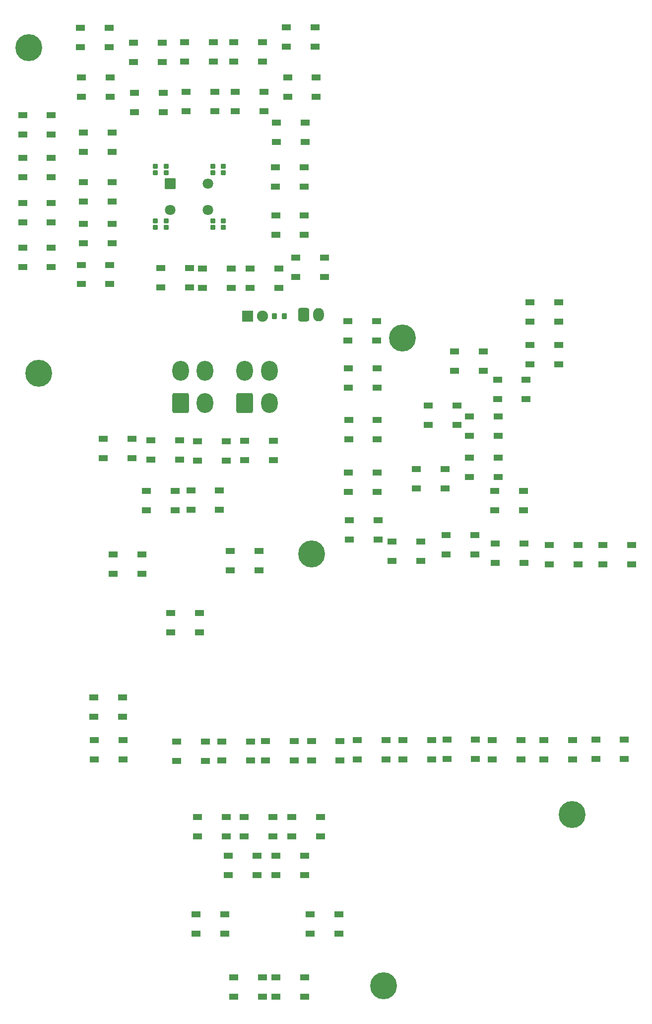
<source format=gbr>
%TF.GenerationSoftware,KiCad,Pcbnew,(6.0.9)*%
%TF.CreationDate,2023-01-06T08:08:26-09:00*%
%TF.ProjectId,ECM DISP PANEL,45434d20-4449-4535-9020-50414e454c2e,rev?*%
%TF.SameCoordinates,Original*%
%TF.FileFunction,Soldermask,Top*%
%TF.FilePolarity,Negative*%
%FSLAX46Y46*%
G04 Gerber Fmt 4.6, Leading zero omitted, Abs format (unit mm)*
G04 Created by KiCad (PCBNEW (6.0.9)) date 2023-01-06 08:08:26*
%MOMM*%
%LPD*%
G01*
G04 APERTURE LIST*
G04 Aperture macros list*
%AMRoundRect*
0 Rectangle with rounded corners*
0 $1 Rounding radius*
0 $2 $3 $4 $5 $6 $7 $8 $9 X,Y pos of 4 corners*
0 Add a 4 corners polygon primitive as box body*
4,1,4,$2,$3,$4,$5,$6,$7,$8,$9,$2,$3,0*
0 Add four circle primitives for the rounded corners*
1,1,$1+$1,$2,$3*
1,1,$1+$1,$4,$5*
1,1,$1+$1,$6,$7*
1,1,$1+$1,$8,$9*
0 Add four rect primitives between the rounded corners*
20,1,$1+$1,$2,$3,$4,$5,0*
20,1,$1+$1,$4,$5,$6,$7,0*
20,1,$1+$1,$6,$7,$8,$9,0*
20,1,$1+$1,$8,$9,$2,$3,0*%
G04 Aperture macros list end*
%ADD10RoundRect,0.050000X-0.750000X-0.450000X0.750000X-0.450000X0.750000X0.450000X-0.750000X0.450000X0*%
%ADD11RoundRect,0.050000X-0.350000X-0.350000X0.350000X-0.350000X0.350000X0.350000X-0.350000X0.350000X0*%
%ADD12RoundRect,0.050000X0.350000X0.350000X-0.350000X0.350000X-0.350000X-0.350000X0.350000X-0.350000X0*%
%ADD13RoundRect,0.250000X-0.200000X-0.275000X0.200000X-0.275000X0.200000X0.275000X-0.200000X0.275000X0*%
%ADD14RoundRect,0.050000X-0.850000X-0.850000X0.850000X-0.850000X0.850000X0.850000X-0.850000X0.850000X0*%
%ADD15C,1.800000*%
%ADD16C,4.600000*%
%ADD17RoundRect,0.300001X-1.099999X-1.399999X1.099999X-1.399999X1.099999X1.399999X-1.099999X1.399999X0*%
%ADD18O,2.800000X3.400000*%
%ADD19RoundRect,0.050000X-0.900000X-0.900000X0.900000X-0.900000X0.900000X0.900000X-0.900000X0.900000X0*%
%ADD20C,1.900000*%
%ADD21RoundRect,0.300000X-0.620000X-0.845000X0.620000X-0.845000X0.620000X0.845000X-0.620000X0.845000X0*%
%ADD22O,1.840000X2.290000*%
G04 APERTURE END LIST*
D10*
%TO.C,D2*%
X58103600Y-10821400D03*
X58103600Y-14121400D03*
X63003600Y-14121400D03*
X63003600Y-10821400D03*
%TD*%
%TO.C,D3*%
X67210600Y-13387000D03*
X67210600Y-16687000D03*
X72110600Y-16687000D03*
X72110600Y-13387000D03*
%TD*%
%TO.C,D4*%
X75922800Y-13285400D03*
X75922800Y-16585400D03*
X80822800Y-16585400D03*
X80822800Y-13285400D03*
%TD*%
%TO.C,D5*%
X84304800Y-13285400D03*
X84304800Y-16585400D03*
X89204800Y-16585400D03*
X89204800Y-13285400D03*
%TD*%
%TO.C,D6*%
X93245600Y-10770800D03*
X93245600Y-14070800D03*
X98145600Y-14070800D03*
X98145600Y-10770800D03*
%TD*%
%TO.C,D7*%
X58267600Y-19355600D03*
X58267600Y-22655600D03*
X63167600Y-22655600D03*
X63167600Y-19355600D03*
%TD*%
%TO.C,D8*%
X67363000Y-21921400D03*
X67363000Y-25221400D03*
X72263000Y-25221400D03*
X72263000Y-21921400D03*
%TD*%
%TO.C,D9*%
X76126000Y-21794000D03*
X76126000Y-25094000D03*
X81026000Y-25094000D03*
X81026000Y-21794000D03*
%TD*%
%TO.C,D10*%
X84505800Y-21819400D03*
X84505800Y-25119400D03*
X89405800Y-25119400D03*
X89405800Y-21819400D03*
%TD*%
%TO.C,D11*%
X93474200Y-19304800D03*
X93474200Y-22604800D03*
X98374200Y-22604800D03*
X98374200Y-19304800D03*
%TD*%
%TO.C,D12*%
X48262200Y-25731000D03*
X48262200Y-29031000D03*
X53162200Y-29031000D03*
X53162200Y-25731000D03*
%TD*%
%TO.C,D13*%
X58625400Y-28753600D03*
X58625400Y-32053600D03*
X63525400Y-32053600D03*
X63525400Y-28753600D03*
%TD*%
%TO.C,D14*%
X91543800Y-27001400D03*
X91543800Y-30301400D03*
X96443800Y-30301400D03*
X96443800Y-27001400D03*
%TD*%
%TO.C,D15*%
X48262200Y-33071600D03*
X48262200Y-36371600D03*
X53162200Y-36371600D03*
X53162200Y-33071600D03*
%TD*%
%TO.C,D16*%
X58600000Y-37211800D03*
X58600000Y-40511800D03*
X63500000Y-40511800D03*
X63500000Y-37211800D03*
%TD*%
%TO.C,D17*%
X91416800Y-34621000D03*
X91416800Y-37921000D03*
X96316800Y-37921000D03*
X96316800Y-34621000D03*
%TD*%
%TO.C,D18*%
X48262200Y-40767800D03*
X48262200Y-44067800D03*
X53162200Y-44067800D03*
X53162200Y-40767800D03*
%TD*%
%TO.C,D19*%
X58648600Y-44298400D03*
X58648600Y-47598400D03*
X63548600Y-47598400D03*
X63548600Y-44298400D03*
%TD*%
%TO.C,D20*%
X91442200Y-42825200D03*
X91442200Y-46125200D03*
X96342200Y-46125200D03*
X96342200Y-42825200D03*
%TD*%
%TO.C,D21*%
X48262200Y-48362400D03*
X48262200Y-51662400D03*
X53162200Y-51662400D03*
X53162200Y-48362400D03*
%TD*%
%TO.C,D22*%
X58244400Y-51283800D03*
X58244400Y-54583800D03*
X63144400Y-54583800D03*
X63144400Y-51283800D03*
%TD*%
%TO.C,D23*%
X71808000Y-51867800D03*
X71808000Y-55167800D03*
X76708000Y-55167800D03*
X76708000Y-51867800D03*
%TD*%
%TO.C,D24*%
X78945400Y-51893000D03*
X78945400Y-55193000D03*
X83845400Y-55193000D03*
X83845400Y-51893000D03*
%TD*%
%TO.C,D25*%
X87098800Y-51918400D03*
X87098800Y-55218400D03*
X91998800Y-55218400D03*
X91998800Y-51918400D03*
%TD*%
%TO.C,D26*%
X94845800Y-50064200D03*
X94845800Y-53364200D03*
X99745800Y-53364200D03*
X99745800Y-50064200D03*
%TD*%
%TO.C,D27*%
X134851000Y-57659200D03*
X134851000Y-60959200D03*
X139751000Y-60959200D03*
X139751000Y-57659200D03*
%TD*%
%TO.C,D28*%
X134851000Y-64974000D03*
X134851000Y-68274000D03*
X139751000Y-68274000D03*
X139751000Y-64974000D03*
%TD*%
%TO.C,D29*%
X121973000Y-66041200D03*
X121973000Y-69341200D03*
X126873000Y-69341200D03*
X126873000Y-66041200D03*
%TD*%
%TO.C,D30*%
X129286000Y-70917600D03*
X129286000Y-74217600D03*
X134186000Y-74217600D03*
X134186000Y-70917600D03*
%TD*%
%TO.C,D31*%
X117503000Y-75261400D03*
X117503000Y-78561400D03*
X122403000Y-78561400D03*
X122403000Y-75261400D03*
%TD*%
%TO.C,D32*%
X124485000Y-77140600D03*
X124485000Y-80440600D03*
X129385000Y-80440600D03*
X129385000Y-77140600D03*
%TD*%
%TO.C,D33*%
X124538000Y-84176800D03*
X124538000Y-87476800D03*
X129438000Y-87476800D03*
X129438000Y-84176800D03*
%TD*%
%TO.C,D34*%
X115420000Y-86158000D03*
X115420000Y-89458000D03*
X120320000Y-89458000D03*
X120320000Y-86158000D03*
%TD*%
%TO.C,D35*%
X128792000Y-89840800D03*
X128792000Y-93140800D03*
X133692000Y-93140800D03*
X133692000Y-89840800D03*
%TD*%
%TO.C,D36*%
X103787000Y-60910400D03*
X103787000Y-64210400D03*
X108687000Y-64210400D03*
X108687000Y-60910400D03*
%TD*%
%TO.C,D37*%
X103835000Y-68961800D03*
X103835000Y-72261800D03*
X108735000Y-72261800D03*
X108735000Y-68961800D03*
%TD*%
%TO.C,D38*%
X103888000Y-77776000D03*
X103888000Y-81076000D03*
X108788000Y-81076000D03*
X108788000Y-77776000D03*
%TD*%
%TO.C,D39*%
X103861000Y-86742200D03*
X103861000Y-90042200D03*
X108761000Y-90042200D03*
X108761000Y-86742200D03*
%TD*%
%TO.C,D40*%
X103976000Y-94819200D03*
X103976000Y-98119200D03*
X108876000Y-98119200D03*
X108876000Y-94819200D03*
%TD*%
%TO.C,D41*%
X111305000Y-98502000D03*
X111305000Y-101802000D03*
X116205000Y-101802000D03*
X116205000Y-98502000D03*
%TD*%
%TO.C,D42*%
X120525000Y-97410200D03*
X120525000Y-100710200D03*
X125425000Y-100710200D03*
X125425000Y-97410200D03*
%TD*%
%TO.C,D43*%
X128882000Y-98832000D03*
X128882000Y-102132000D03*
X133782000Y-102132000D03*
X133782000Y-98832000D03*
%TD*%
%TO.C,D44*%
X138102000Y-99061000D03*
X138102000Y-102361000D03*
X143002000Y-102361000D03*
X143002000Y-99061000D03*
%TD*%
%TO.C,D45*%
X147297000Y-99087000D03*
X147297000Y-102387000D03*
X152197000Y-102387000D03*
X152197000Y-99087000D03*
%TD*%
%TO.C,D46*%
X62015200Y-81001600D03*
X62015200Y-84301600D03*
X66915200Y-84301600D03*
X66915200Y-81001600D03*
%TD*%
%TO.C,D47*%
X70131600Y-81204600D03*
X70131600Y-84504600D03*
X75031600Y-84504600D03*
X75031600Y-81204600D03*
%TD*%
%TO.C,D48*%
X78081800Y-81357400D03*
X78081800Y-84657400D03*
X82981800Y-84657400D03*
X82981800Y-81357400D03*
%TD*%
%TO.C,D49*%
X86159000Y-81306200D03*
X86159000Y-84606200D03*
X91059000Y-84606200D03*
X91059000Y-81306200D03*
%TD*%
%TO.C,D50*%
X69381200Y-89815400D03*
X69381200Y-93115400D03*
X74281200Y-93115400D03*
X74281200Y-89815400D03*
%TD*%
%TO.C,D51*%
X76964200Y-89790200D03*
X76964200Y-93090200D03*
X81864200Y-93090200D03*
X81864200Y-89790200D03*
%TD*%
%TO.C,D52*%
X83681400Y-100102000D03*
X83681400Y-103402000D03*
X88581400Y-103402000D03*
X88581400Y-100102000D03*
%TD*%
%TO.C,D53*%
X73535200Y-110644000D03*
X73535200Y-113944000D03*
X78435200Y-113944000D03*
X78435200Y-110644000D03*
%TD*%
%TO.C,D54*%
X63680000Y-100712000D03*
X63680000Y-104012000D03*
X68580000Y-104012000D03*
X68580000Y-100712000D03*
%TD*%
%TO.C,D55*%
X60403400Y-125045000D03*
X60403400Y-128345000D03*
X65303400Y-128345000D03*
X65303400Y-125045000D03*
%TD*%
%TO.C,D56*%
X60516600Y-132335000D03*
X60516600Y-135635000D03*
X65416600Y-135635000D03*
X65416600Y-132335000D03*
%TD*%
%TO.C,D57*%
X74525800Y-132589000D03*
X74525800Y-135889000D03*
X79425800Y-135889000D03*
X79425800Y-132589000D03*
%TD*%
%TO.C,D58*%
X82272800Y-132564000D03*
X82272800Y-135864000D03*
X87172800Y-135864000D03*
X87172800Y-132564000D03*
%TD*%
%TO.C,D59*%
X89715000Y-132487000D03*
X89715000Y-135787000D03*
X94615000Y-135787000D03*
X94615000Y-132487000D03*
%TD*%
%TO.C,D60*%
X97538200Y-132513000D03*
X97538200Y-135813000D03*
X102438200Y-135813000D03*
X102438200Y-132513000D03*
%TD*%
%TO.C,D61*%
X105336000Y-132360000D03*
X105336000Y-135660000D03*
X110236000Y-135660000D03*
X110236000Y-132360000D03*
%TD*%
%TO.C,D62*%
X113185000Y-132360000D03*
X113185000Y-135660000D03*
X118085000Y-135660000D03*
X118085000Y-132360000D03*
%TD*%
%TO.C,D63*%
X120652000Y-132309000D03*
X120652000Y-135609000D03*
X125552000Y-135609000D03*
X125552000Y-132309000D03*
%TD*%
%TO.C,D64*%
X128425000Y-132386000D03*
X128425000Y-135686000D03*
X133325000Y-135686000D03*
X133325000Y-132386000D03*
%TD*%
%TO.C,D65*%
X137211000Y-132335000D03*
X137211000Y-135635000D03*
X142111000Y-135635000D03*
X142111000Y-132335000D03*
%TD*%
%TO.C,D66*%
X146052000Y-132284000D03*
X146052000Y-135584000D03*
X150952000Y-135584000D03*
X150952000Y-132284000D03*
%TD*%
%TO.C,D67*%
X78118800Y-145441000D03*
X78118800Y-148741000D03*
X83018800Y-148741000D03*
X83018800Y-145441000D03*
%TD*%
%TO.C,D68*%
X86082800Y-145492000D03*
X86082800Y-148792000D03*
X90982800Y-148792000D03*
X90982800Y-145492000D03*
%TD*%
%TO.C,D69*%
X94210800Y-145467000D03*
X94210800Y-148767000D03*
X99110800Y-148767000D03*
X99110800Y-145467000D03*
%TD*%
%TO.C,D70*%
X83365000Y-152071000D03*
X83365000Y-155371000D03*
X88265000Y-155371000D03*
X88265000Y-152071000D03*
%TD*%
%TO.C,D71*%
X91467600Y-152096000D03*
X91467600Y-155396000D03*
X96367600Y-155396000D03*
X96367600Y-152096000D03*
%TD*%
%TO.C,D72*%
X97295800Y-162053000D03*
X97295800Y-165353000D03*
X102195800Y-165353000D03*
X102195800Y-162053000D03*
%TD*%
%TO.C,D73*%
X91490800Y-172822000D03*
X91490800Y-176122000D03*
X96390800Y-176122000D03*
X96390800Y-172822000D03*
%TD*%
%TO.C,D74*%
X84291000Y-172797000D03*
X84291000Y-176097000D03*
X89191000Y-176097000D03*
X89191000Y-172797000D03*
%TD*%
%TO.C,D75*%
X77876400Y-162053000D03*
X77876400Y-165353000D03*
X82776400Y-165353000D03*
X82776400Y-162053000D03*
%TD*%
D11*
%TO.C,D76*%
X72744572Y-35610522D03*
X72744572Y-34510522D03*
X70914572Y-34510522D03*
X70914572Y-35610522D03*
%TD*%
%TO.C,D77*%
X82523572Y-35610522D03*
X82523572Y-34510522D03*
X80693572Y-34510522D03*
X80693572Y-35610522D03*
%TD*%
D12*
%TO.C,D78*%
X80693572Y-43781522D03*
X80693572Y-44881522D03*
X82523572Y-44881522D03*
X82523572Y-43781522D03*
%TD*%
%TO.C,D79*%
X70914572Y-43781522D03*
X70914572Y-44881522D03*
X72744572Y-44881522D03*
X72744572Y-43781522D03*
%TD*%
D13*
%TO.C,R1*%
X91250000Y-60071000D03*
X92900000Y-60071000D03*
%TD*%
D14*
%TO.C,SW1*%
X73406000Y-37465000D03*
D15*
X79906000Y-37465000D03*
X73406000Y-41965000D03*
X79906000Y-41965000D03*
%TD*%
D16*
%TO.C,H1*%
X50977800Y-69748400D03*
%TD*%
%TO.C,H2*%
X49350573Y-14232522D03*
%TD*%
%TO.C,H4*%
X97610573Y-100592522D03*
%TD*%
%TO.C,H5*%
X109829600Y-174244000D03*
%TD*%
%TO.C,H6*%
X142060572Y-145042522D03*
%TD*%
D17*
%TO.C,J1*%
X86150000Y-74900000D03*
D18*
X90350000Y-74900000D03*
X86150000Y-69400000D03*
X90350000Y-69400000D03*
%TD*%
D17*
%TO.C,J2*%
X75200000Y-74900000D03*
D18*
X79400000Y-74900000D03*
X75200000Y-69400000D03*
X79400000Y-69400000D03*
%TD*%
D19*
%TO.C,D1*%
X86614000Y-60071000D03*
D20*
X89154000Y-60071000D03*
%TD*%
D21*
%TO.C,J3*%
X96213572Y-59825522D03*
D22*
X98753572Y-59825522D03*
%TD*%
D16*
%TO.C,H3*%
X113104572Y-63762522D03*
%TD*%
M02*

</source>
